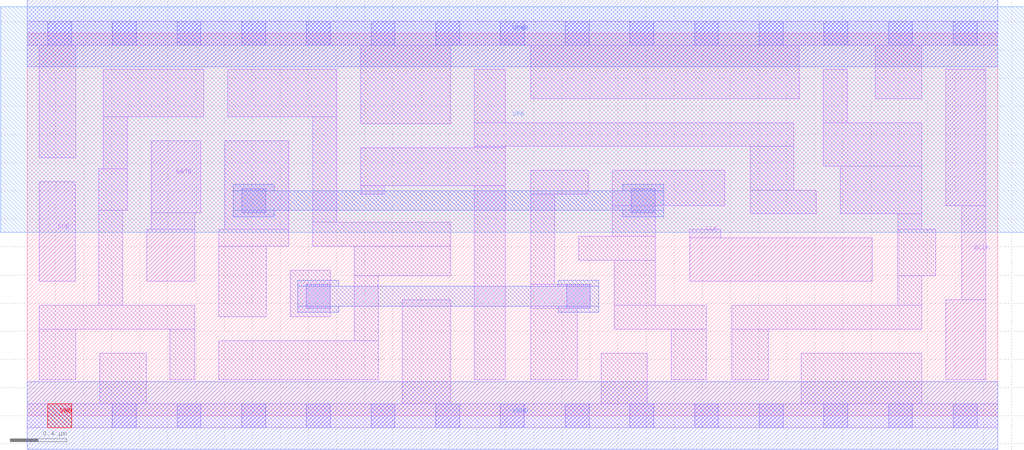
<source format=lef>
# Copyright 2020 The SkyWater PDK Authors
#
# Licensed under the Apache License, Version 2.0 (the "License");
# you may not use this file except in compliance with the License.
# You may obtain a copy of the License at
#
#     https://www.apache.org/licenses/LICENSE-2.0
#
# Unless required by applicable law or agreed to in writing, software
# distributed under the License is distributed on an "AS IS" BASIS,
# WITHOUT WARRANTIES OR CONDITIONS OF ANY KIND, either express or implied.
# See the License for the specific language governing permissions and
# limitations under the License.
#
# SPDX-License-Identifier: Apache-2.0

VERSION 5.7 ;
  NOWIREEXTENSIONATPIN ON ;
  DIVIDERCHAR "/" ;
  BUSBITCHARS "[]" ;
MACRO sky130_fd_sc_hd__sdlclkp_1
  CLASS CORE ;
  FOREIGN sky130_fd_sc_hd__sdlclkp_1 ;
  ORIGIN  0.000000  0.000000 ;
  SIZE  6.900000 BY  2.720000 ;
  SYMMETRY X Y R90 ;
  SITE unithd ;
  PIN GATE
    ANTENNAGATEAREA  0.159000 ;
    DIRECTION INPUT ;
    USE SIGNAL ;
    PORT
      LAYER li1 ;
        RECT 0.850000 0.955000 1.190000 1.325000 ;
        RECT 0.880000 1.325000 1.190000 1.445000 ;
        RECT 0.880000 1.445000 1.235000 1.955000 ;
    END
  END GATE
  PIN GCLK
    ANTENNADIFFAREA  0.429000 ;
    DIRECTION OUTPUT ;
    USE SIGNAL ;
    PORT
      LAYER li1 ;
        RECT 6.530000 0.255000 6.815000 0.825000 ;
        RECT 6.530000 1.495000 6.815000 2.465000 ;
        RECT 6.645000 0.825000 6.815000 1.495000 ;
    END
  END GCLK
  PIN SCE
    ANTENNAGATEAREA  0.159000 ;
    DIRECTION INPUT ;
    USE SIGNAL ;
    PORT
      LAYER li1 ;
        RECT 0.085000 0.955000 0.340000 1.665000 ;
    END
  END SCE
  PIN CLK
    ANTENNAGATEAREA  0.318000 ;
    DIRECTION INPUT ;
    USE CLOCK ;
    PORT
      LAYER li1 ;
        RECT 4.710000 0.955000 6.010000 1.265000 ;
        RECT 4.710000 1.265000 4.930000 1.325000 ;
    END
  END CLK
  PIN VGND
    DIRECTION INOUT ;
    SHAPE ABUTMENT ;
    USE GROUND ;
    PORT
      LAYER met1 ;
        RECT 0.000000 -0.240000 6.900000 0.240000 ;
    END
  END VGND
  PIN VNB
    DIRECTION INOUT ;
    USE GROUND ;
    PORT
      LAYER pwell ;
        RECT 0.145000 -0.085000 0.315000 0.085000 ;
    END
  END VNB
  PIN VPB
    DIRECTION INOUT ;
    USE POWER ;
    PORT
      LAYER nwell ;
        RECT -0.190000 1.305000 7.090000 2.910000 ;
    END
  END VPB
  PIN VPWR
    DIRECTION INOUT ;
    SHAPE ABUTMENT ;
    USE POWER ;
    PORT
      LAYER met1 ;
        RECT 0.000000 2.480000 6.900000 2.960000 ;
    END
  END VPWR
  OBS
    LAYER li1 ;
      RECT 0.000000 -0.085000 6.900000 0.085000 ;
      RECT 0.000000  2.635000 6.900000 2.805000 ;
      RECT 0.085000  0.255000 0.345000 0.615000 ;
      RECT 0.085000  0.615000 1.190000 0.785000 ;
      RECT 0.085000  1.835000 0.345000 2.635000 ;
      RECT 0.510000  0.785000 0.680000 1.460000 ;
      RECT 0.510000  1.460000 0.710000 1.755000 ;
      RECT 0.515000  0.085000 0.845000 0.445000 ;
      RECT 0.540000  1.755000 0.710000 2.125000 ;
      RECT 0.540000  2.125000 1.255000 2.465000 ;
      RECT 1.015000  0.255000 1.190000 0.615000 ;
      RECT 1.360000  0.255000 2.495000 0.535000 ;
      RECT 1.360000  0.705000 1.700000 1.205000 ;
      RECT 1.360000  1.205000 1.860000 1.325000 ;
      RECT 1.405000  1.325000 1.860000 1.955000 ;
      RECT 1.425000  2.125000 2.200000 2.465000 ;
      RECT 1.870000  0.705000 2.155000 1.035000 ;
      RECT 2.030000  1.205000 3.010000 1.375000 ;
      RECT 2.030000  1.375000 2.200000 2.125000 ;
      RECT 2.325000  0.535000 2.495000 0.995000 ;
      RECT 2.325000  0.995000 3.010000 1.205000 ;
      RECT 2.370000  1.575000 2.540000 1.635000 ;
      RECT 2.370000  1.635000 3.400000 1.905000 ;
      RECT 2.370000  2.075000 3.010000 2.635000 ;
      RECT 2.665000  0.085000 3.010000 0.825000 ;
      RECT 3.180000  0.255000 3.400000 1.635000 ;
      RECT 3.180000  1.905000 3.400000 1.915000 ;
      RECT 3.180000  1.915000 5.450000 2.085000 ;
      RECT 3.180000  2.085000 3.400000 2.465000 ;
      RECT 3.580000  0.255000 3.910000 0.765000 ;
      RECT 3.580000  0.765000 4.005000 0.935000 ;
      RECT 3.580000  0.935000 3.750000 1.575000 ;
      RECT 3.580000  1.575000 3.990000 1.745000 ;
      RECT 3.580000  2.255000 5.490000 2.635000 ;
      RECT 3.920000  1.105000 4.465000 1.275000 ;
      RECT 4.080000  0.085000 4.410000 0.445000 ;
      RECT 4.160000  1.275000 4.465000 1.495000 ;
      RECT 4.160000  1.495000 4.960000 1.745000 ;
      RECT 4.175000  0.615000 4.830000 0.785000 ;
      RECT 4.175000  0.785000 4.465000 1.105000 ;
      RECT 4.580000  0.255000 4.830000 0.615000 ;
      RECT 5.010000  0.255000 5.270000 0.615000 ;
      RECT 5.010000  0.615000 6.360000 0.785000 ;
      RECT 5.140000  1.435000 5.610000 1.605000 ;
      RECT 5.140000  1.605000 5.450000 1.915000 ;
      RECT 5.505000  0.085000 6.360000 0.445000 ;
      RECT 5.660000  1.775000 6.360000 2.085000 ;
      RECT 5.660000  2.085000 5.830000 2.465000 ;
      RECT 5.780000  1.435000 6.360000 1.775000 ;
      RECT 6.030000  2.255000 6.360000 2.635000 ;
      RECT 6.190000  0.785000 6.360000 0.995000 ;
      RECT 6.190000  0.995000 6.460000 1.325000 ;
      RECT 6.190000  1.325000 6.360000 1.435000 ;
    LAYER mcon ;
      RECT 0.145000 -0.085000 0.315000 0.085000 ;
      RECT 0.145000  2.635000 0.315000 2.805000 ;
      RECT 0.605000 -0.085000 0.775000 0.085000 ;
      RECT 0.605000  2.635000 0.775000 2.805000 ;
      RECT 1.065000 -0.085000 1.235000 0.085000 ;
      RECT 1.065000  2.635000 1.235000 2.805000 ;
      RECT 1.525000 -0.085000 1.695000 0.085000 ;
      RECT 1.525000  1.445000 1.695000 1.615000 ;
      RECT 1.525000  2.635000 1.695000 2.805000 ;
      RECT 1.985000 -0.085000 2.155000 0.085000 ;
      RECT 1.985000  0.765000 2.155000 0.935000 ;
      RECT 1.985000  2.635000 2.155000 2.805000 ;
      RECT 2.445000 -0.085000 2.615000 0.085000 ;
      RECT 2.445000  2.635000 2.615000 2.805000 ;
      RECT 2.905000 -0.085000 3.075000 0.085000 ;
      RECT 2.905000  2.635000 3.075000 2.805000 ;
      RECT 3.365000 -0.085000 3.535000 0.085000 ;
      RECT 3.365000  2.635000 3.535000 2.805000 ;
      RECT 3.825000 -0.085000 3.995000 0.085000 ;
      RECT 3.825000  2.635000 3.995000 2.805000 ;
      RECT 3.835000  0.765000 4.005000 0.935000 ;
      RECT 4.285000 -0.085000 4.455000 0.085000 ;
      RECT 4.285000  2.635000 4.455000 2.805000 ;
      RECT 4.295000  1.445000 4.465000 1.615000 ;
      RECT 4.745000 -0.085000 4.915000 0.085000 ;
      RECT 4.745000  2.635000 4.915000 2.805000 ;
      RECT 5.205000 -0.085000 5.375000 0.085000 ;
      RECT 5.205000  2.635000 5.375000 2.805000 ;
      RECT 5.665000 -0.085000 5.835000 0.085000 ;
      RECT 5.665000  2.635000 5.835000 2.805000 ;
      RECT 6.125000 -0.085000 6.295000 0.085000 ;
      RECT 6.125000  2.635000 6.295000 2.805000 ;
      RECT 6.585000 -0.085000 6.755000 0.085000 ;
      RECT 6.585000  2.635000 6.755000 2.805000 ;
    LAYER met1 ;
      RECT 1.465000 1.415000 1.755000 1.460000 ;
      RECT 1.465000 1.460000 4.525000 1.600000 ;
      RECT 1.465000 1.600000 1.755000 1.645000 ;
      RECT 1.925000 0.735000 2.215000 0.780000 ;
      RECT 1.925000 0.780000 4.065000 0.920000 ;
      RECT 1.925000 0.920000 2.215000 0.965000 ;
      RECT 3.775000 0.735000 4.065000 0.780000 ;
      RECT 3.775000 0.920000 4.065000 0.965000 ;
      RECT 4.235000 1.415000 4.525000 1.460000 ;
      RECT 4.235000 1.600000 4.525000 1.645000 ;
  END
END sky130_fd_sc_hd__sdlclkp_1
END LIBRARY

</source>
